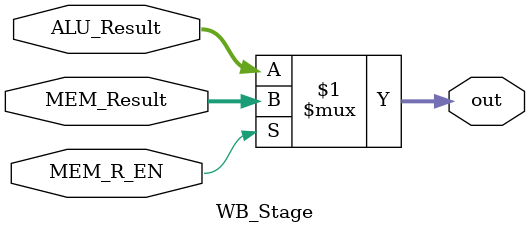
<source format=v>
module WB_Stage(
  input[31:0] ALU_Result, MEM_Result, 
  input MEM_R_EN, 
  output[31:0] out
);
  assign out = MEM_R_EN ? MEM_Result : ALU_Result;
endmodule

</source>
